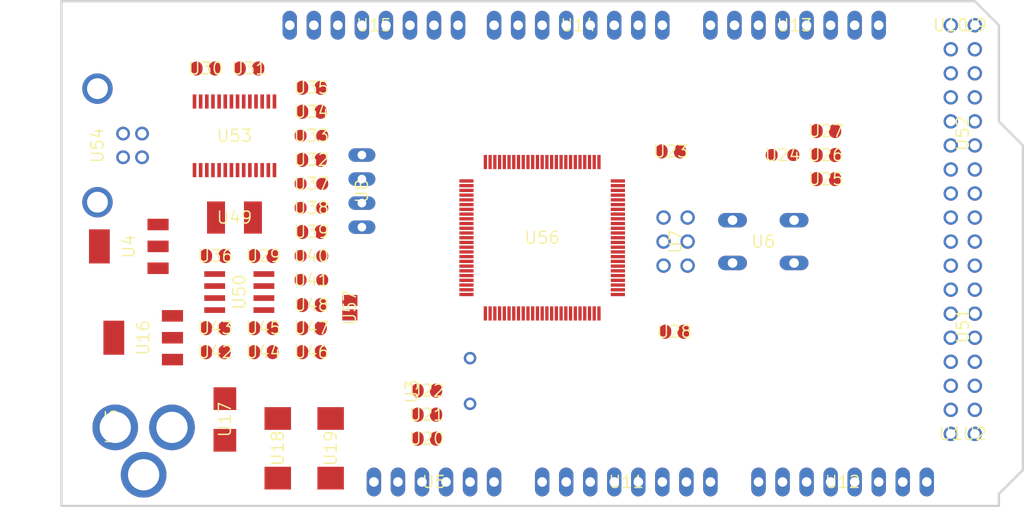
<source format=kicad_pcb>
(kicad_pcb (version 20241229) (generator "pcbnew") (generator_version "9.0")
  (layers (0 "F.Cu" signal "Top") (2 "B.Cu" signal "Bottom") (13 "F.Paste" user) (15 "B.Paste" user) (5 "F.SilkS" user "F.Silkscreen") (7 "B.SilkS" user "B.Silkscreen") (1 "F.Mask" user) (3 "B.Mask" user) (25 "Edge.Cuts" user))
  (net 0 "")
  (net 1 "+5V")
  (net 2 "GND")
  (net 3 "N$6")
  (net 4 "N$7")
  (net 5 "AREF")
  (net 6 "RESET")
  (net 7 "VIN")
  (net 8 "N$3")
  (net 9 "PWRIN")
  (net 10 "M8RXD")
  (net 11 "M8TXD")
  (net 12 "ADC0")
  (net 13 "ADC2")
  (net 14 "ADC1")
  (net 15 "ADC3")
  (net 16 "ADC4")
  (net 17 "ADC5")
  (net 18 "ADC6")
  (net 19 "ADC7")
  (net 20 "+3V3")
  (net 21 "SDA")
  (net 22 "SCL")
  (net 23 "ADC9")
  (net 24 "ADC8")
  (net 25 "ADC10")
  (net 26 "ADC11")
  (net 27 "ADC12")
  (net 28 "ADC13")
  (net 29 "ADC14")
  (net 30 "ADC15")
  (net 31 "PB3")
  (net 32 "PB2")
  (net 33 "PB1")
  (net 34 "PB5")
  (net 35 "PB4")
  (net 36 "PE5")
  (net 37 "PE4")
  (net 38 "PE3")
  (net 39 "PE1")
  (net 40 "PE0")
  (net 41 "N$15")
  (net 42 "N$53")
  (net 43 "N$54")
  (net 44 "N$55")
  (net 45 "D-")
  (net 46 "D+")
  (net 47 "N$60")
  (net 48 "DTR")
  (net 49 "USBVCC")
  (net 50 "N$2")
  (net 51 "N$4")
  (net 52 "GATE_CMD")
  (net 53 "CMP")
  (net 54 "PB6")
  (net 55 "PH3")
  (net 56 "PH4")
  (net 57 "PH5")
  (net 58 "PH6")
  (net 59 "PG5")
  (net 60 "RXD1")
  (net 61 "TXD1")
  (net 62 "RXD2")
  (net 63 "RXD3")
  (net 64 "TXD2")
  (net 65 "TXD3")
  (net 66 "PC0")
  (net 67 "PC1")
  (net 68 "PC2")
  (net 69 "PC3")
  (net 70 "PC4")
  (net 71 "PC5")
  (net 72 "PC6")
  (net 73 "PC7")
  (net 74 "PB0")
  (net 75 "PG0")
  (net 76 "PG1")
  (net 77 "PG2")
  (net 78 "PD7")
  (net 79 "PA0")
  (net 80 "PA1")
  (net 81 "PA2")
  (net 82 "PA3")
  (net 83 "PA4")
  (net 84 "PA5")
  (net 85 "PA6")
  (net 86 "PA7")
  (net 87 "PL0")
  (net 88 "PL1")
  (net 89 "PL2")
  (net 90 "PL3")
  (net 91 "PL4")
  (net 92 "PL5")
  (net 93 "PL6")
  (net 94 "PL7")
  (net 95 "PB7")
  (net 96 "CTS")
  (net 97 "DSR")
  (net 98 "DCD")
  (net 99 "RI")
  (footprint "Arduino MEGA Reference Design:2X03" (layer "F.Cu") (at 162.5981 103.7336 -90)
    (property "Reference" "U7")
    (property "Value" "")
  )
  (footprint "Arduino MEGA Reference Design:1X08" (layer "F.Cu") (at 152.3111 80.8736 180)
    (property "Reference" "U14")
    (property "Value" "")
  )
  (footprint "Arduino MEGA Reference Design:1X08" (layer "F.Cu") (at 130.7211 80.8736 180)
    (property "Reference" "U15")
    (property "Value" "")
  )
  (footprint "Arduino MEGA Reference Design:SMC_D" (layer "F.Cu") (at 120.5611 125.5776 -90)
    (property "Reference" "U18")
    (property "Value" "")
  )
  (footprint "Arduino MEGA Reference Design:SMC_D" (layer "F.Cu") (at 126.1491 125.5776 -90)
    (property "Reference" "U19")
    (property "Value" "")
  )
  (footprint "Arduino MEGA Reference Design:B3F-10XX" (layer "F.Cu") (at 171.8691 103.7336 180)
    (property "Reference" "U6")
    (property "Value" "")
  )
  (footprint "Arduino MEGA Reference Design:0805RND" (layer "F.Cu") (at 173.9011 94.5896 180)
    (property "Reference" "U24")
    (property "Value" "")
  )
  (footprint "Arduino MEGA Reference Design:SMB" (layer "F.Cu") (at 114.9731 122.5296 -90)
    (property "Reference" "U17")
    (property "Value" "")
  )
  (footprint "Arduino MEGA Reference Design:DC-21MM" (layer "F.Cu") (at 103.0351 123.2916 90)
    (property "Reference" "U55")
    (property "Value" "")
  )
  (footprint "Arduino MEGA Reference Design:HC49_S" (layer "F.Cu") (at 140.8811 118.4656 90)
    (property "Reference" "U3")
    (property "Value" "")
  )
  (footprint "Arduino MEGA Reference Design:SOT223" (layer "F.Cu") (at 106.3371 113.8936 90)
    (property "Reference" "U16")
    (property "Value" "")
  )
  (footprint "Arduino MEGA Reference Design:1X06" (layer "F.Cu") (at 137.0711 129.1336)
    (property "Reference" "U5")
    (property "Value" "")
  )
  (footprint "Arduino MEGA Reference Design:C0805RND" (layer "F.Cu") (at 124.1171 87.4776)
    (property "Reference" "U35")
    (property "Value" "")
  )
  (footprint "Arduino MEGA Reference Design:C0805RND" (layer "F.Cu") (at 162.4711 113.2586)
    (property "Reference" "U28")
    (property "Value" "")
  )
  (footprint "Arduino MEGA Reference Design:C0805RND" (layer "F.Cu") (at 136.3091 122.0216)
    (property "Reference" "U21")
    (property "Value" "")
  )
  (footprint "Arduino MEGA Reference Design:C0805RND" (layer "F.Cu") (at 136.3091 119.4816)
    (property "Reference" "U22")
    (property "Value" "")
  )
  (footprint "Arduino MEGA Reference Design:C0805RND" (layer "F.Cu") (at 113.9571 112.8776)
    (property "Reference" "U43")
    (property "Value" "")
  )
  (footprint "Arduino MEGA Reference Design:RCL_0805RND" (layer "F.Cu") (at 124.1171 105.2576)
    (property "Reference" "U40")
    (property "Value" "")
  )
  (footprint "Arduino MEGA Reference Design:RCL_0805RND" (layer "F.Cu") (at 124.1171 107.7976)
    (property "Reference" "U41")
    (property "Value" "")
  )
  (footprint "Arduino MEGA Reference Design:1X08" (layer "F.Cu") (at 157.3911 129.1336)
    (property "Reference" "U11")
    (property "Value" "")
  )
  (footprint "Arduino MEGA Reference Design:1X08" (layer "F.Cu") (at 175.1711 80.8736 180)
    (property "Reference" "U13")
    (property "Value" "")
  )
  (footprint "Arduino MEGA Reference Design:R0805RND" (layer "F.Cu") (at 178.4731 94.5896 180)
    (property "Reference" "U26")
    (property "Value" "")
  )
  (footprint "Arduino MEGA Reference Design:R0805RND" (layer "F.Cu") (at 178.4731 92.0496 180)
    (property "Reference" "U27")
    (property "Value" "")
  )
  (footprint "Arduino MEGA Reference Design:TQFP100" (layer "F.Cu") (at 148.5011 103.3272)
    (property "Reference" "U56")
    (property "Value" "")
  )
  (footprint "Arduino MEGA Reference Design:C0805RND" (layer "F.Cu") (at 162.0901 94.2086 180)
    (property "Reference" "U23")
    (property "Value" "")
  )
  (footprint "Arduino MEGA Reference Design:C0805RND" (layer "F.Cu") (at 136.3091 124.5616)
    (property "Reference" "U20")
    (property "Value" "")
  )
  (footprint "Arduino MEGA Reference Design:1X08" (layer "F.Cu") (at 180.2511 129.1336)
    (property "Reference" "U12")
    (property "Value" "")
  )
  (footprint "Arduino MEGA Reference Design:R0805RND" (layer "F.Cu") (at 124.1171 112.8776)
    (property "Reference" "U47")
    (property "Value" "")
  )
  (footprint "Arduino MEGA Reference Design:C0805RND" (layer "F.Cu") (at 124.1171 115.4176)
    (property "Reference" "U46")
    (property "Value" "")
  )
  (footprint "Arduino MEGA Reference Design:C0805RND" (layer "F.Cu") (at 113.9571 105.2576)
    (property "Reference" "U36")
    (property "Value" "")
  )
  (footprint "Arduino MEGA Reference Design:C0805RND" (layer "F.Cu") (at 112.9411 85.4456)
    (property "Reference" "U30")
    (property "Value" "")
  )
  (footprint "Arduino MEGA Reference Design:0805RND" (layer "F.Cu") (at 124.1171 100.1776 180)
    (property "Reference" "U38")
    (property "Value" "")
  )
  (footprint "Arduino MEGA Reference Design:0805RND" (layer "F.Cu") (at 124.1171 97.6376 180)
    (property "Reference" "U37")
    (property "Value" "")
  )
  (footprint "Arduino MEGA Reference Design:R0805RND" (layer "F.Cu") (at 124.1171 95.0976)
    (property "Reference" "U32")
    (property "Value" "")
  )
  (footprint "Arduino MEGA Reference Design:R0805RND" (layer "F.Cu") (at 124.1171 102.7176)
    (property "Reference" "U39")
    (property "Value" "")
  )
  (footprint "Arduino MEGA Reference Design:SSOP28" (layer "F.Cu") (at 115.9891 92.5576)
    (property "Reference" "U53")
    (property "Value" "")
  )
  (footprint "Arduino MEGA Reference Design:PN61729" (layer "F.Cu") (at 101.5111 93.5736 -90)
    (property "Reference" "U54")
    (property "Value" "")
  )
  (footprint "Arduino MEGA Reference Design:L1812" (layer "F.Cu") (at 115.9891 101.1936)
    (property "Reference" "U49")
    (property "Value" "")
  )
  (footprint "Arduino MEGA Reference Design:C0805RND" (layer "F.Cu") (at 117.5131 85.4456)
    (property "Reference" "U31")
    (property "Value" "")
  )
  (footprint "Arduino MEGA Reference Design:0805RND" (layer "F.Cu") (at 124.1171 92.5576 180)
    (property "Reference" "U33")
    (property "Value" "")
  )
  (footprint "Arduino MEGA Reference Design:R0805RND" (layer "F.Cu") (at 124.1171 90.0176 180)
    (property "Reference" "U34")
    (property "Value" "")
  )
  (footprint "Arduino MEGA Reference Design:C0805RND" (layer "F.Cu") (at 124.1171 110.4392 180)
    (property "Reference" "U48")
    (property "Value" "")
  )
  (footprint "Arduino MEGA Reference Design:SOT223" (layer "F.Cu") (at 104.8131 104.2416 90)
    (property "Reference" "U4")
    (property "Value" "")
  )
  (footprint "Arduino MEGA Reference Design:SO08" (layer "F.Cu") (at 116.4971 109.0676 -90)
    (property "Reference" "U50")
    (property "Value" "")
  )
  (footprint "Arduino MEGA Reference Design:R0805RND" (layer "F.Cu") (at 113.9571 115.4176 180)
    (property "Reference" "U42")
    (property "Value" "")
  )
  (footprint "Arduino MEGA Reference Design:R0805RND" (layer "F.Cu") (at 119.0371 112.8776 180)
    (property "Reference" "U45")
    (property "Value" "")
  )
  (footprint "Arduino MEGA Reference Design:C0805RND" (layer "F.Cu") (at 119.0371 115.4176 180)
    (property "Reference" "U44")
    (property "Value" "")
  )
  (footprint "Arduino MEGA Reference Design:C0805RND" (layer "F.Cu") (at 119.0371 105.2576)
    (property "Reference" "U29")
    (property "Value" "")
  )
  (footprint "Arduino MEGA Reference Design:2X08" (layer "F.Cu") (at 192.9511 92.3036 90)
    (property "Reference" "U52")
    (property "Value" "")
  )
  (footprint "Arduino MEGA Reference Design:2X08" (layer "F.Cu") (at 192.9511 112.6236 90)
    (property "Reference" "U51")
    (property "Value" "")
  )
  (footprint "Arduino MEGA Reference Design:R0805RND" (layer "F.Cu") (at 178.4731 97.1296 180)
    (property "Reference" "U25")
    (property "Value" "")
  )
  (footprint "Arduino MEGA Reference Design:1X01" (layer "F.Cu") (at 191.6811 80.8736)
    (property "Reference" "U10")
    (property "Value" "")
  )
  (footprint "Arduino MEGA Reference Design:1X01" (layer "F.Cu") (at 194.2211 80.8736)
    (property "Reference" "U9")
    (property "Value" "")
  )
  (footprint "Arduino MEGA Reference Design:1X01" (layer "F.Cu") (at 191.6811 124.0536)
    (property "Reference" "U1")
    (property "Value" "")
  )
  (footprint "Arduino MEGA Reference Design:1X01" (layer "F.Cu") (at 194.2211 124.0536)
    (property "Reference" "U2")
    (property "Value" "")
  )
  (footprint "Arduino MEGA Reference Design:SJ" (layer "F.Cu") (at 128.1811 110.7186 -90)
    (property "Reference" "U57")
    (property "Value" "")
  )
  (footprint "Arduino MEGA Reference Design:JP4" (layer "F.Cu") (at 129.4511 98.3996 -90)
    (property "Reference" "U8")
    (property "Value" "")
  )
  (gr_line (start 97.7011 78.3336) (end 194.2211 78.3336) (stroke (width 0.254)) (layer "Edge.Cuts"))
  (gr_line (start 194.2211 78.3336) (end 196.7611 80.8736) (stroke (width 0.254)) (layer "Edge.Cuts"))
  (gr_line (start 196.7611 91.0336) (end 199.3011 93.5736) (stroke (width 0.254)) (layer "Edge.Cuts"))
  (gr_line (start 199.3011 93.5736) (end 199.3011 127.8636) (stroke (width 0.254)) (layer "Edge.Cuts"))
  (gr_line (start 199.3011 127.8636) (end 196.7611 130.4036) (stroke (width 0.254)) (layer "Edge.Cuts"))
  (gr_line (start 196.7611 130.4036) (end 196.7611 131.6736) (stroke (width 0.254)) (layer "Edge.Cuts"))
  (gr_line (start 196.7611 131.6736) (end 97.7011 131.6736) (stroke (width 0.254)) (layer "Edge.Cuts"))
  (gr_line (start 97.7011 131.6736) (end 97.7011 78.3336) (stroke (width 0.254)) (layer "Edge.Cuts"))
  (gr_line (start 196.7611 80.8736) (end 196.7611 91.0336) (stroke (width 0.254)) (layer "Edge.Cuts"))
)
</source>
